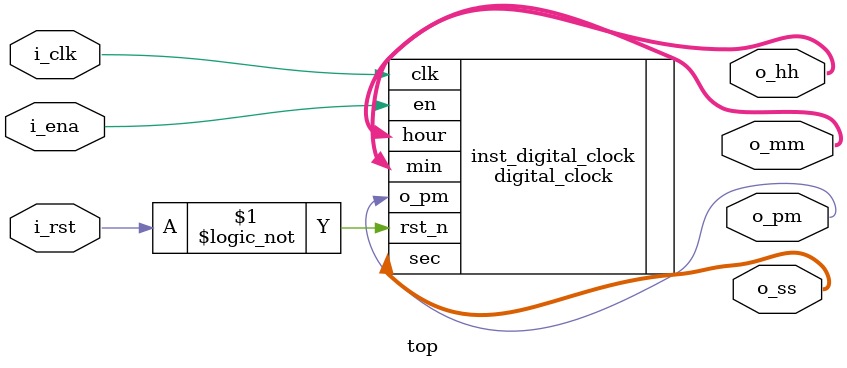
<source format=v>
`timescale 1ns / 1ps





module top(
//	input clk,
//    input rst_n,
//    input en,

//    output  [5:0] an,   //çé??
//    output  [7:0] sseg,  //æ®µé??
//    output tweet //æ´ç¹æ¥æ¶

    input          i_clk,
    input          i_rst,
    input          i_ena,
    output         o_pm,
    output [7 : 0] o_hh,
    output [7 : 0] o_mm,
    output [7 : 0] o_ss



    );
	   

    wire [7:0] hour;
	wire [7:0] min;
	wire [7:0] sec;


	digital_clock inst_digital_clock(
		.clk(i_clk),
		.rst_n(!i_rst),
		.en(i_ena),
		.hour(o_hh),
		.min(o_mm),
		.sec(o_ss),
		.o_pm(o_pm)
		);













endmodule

</source>
